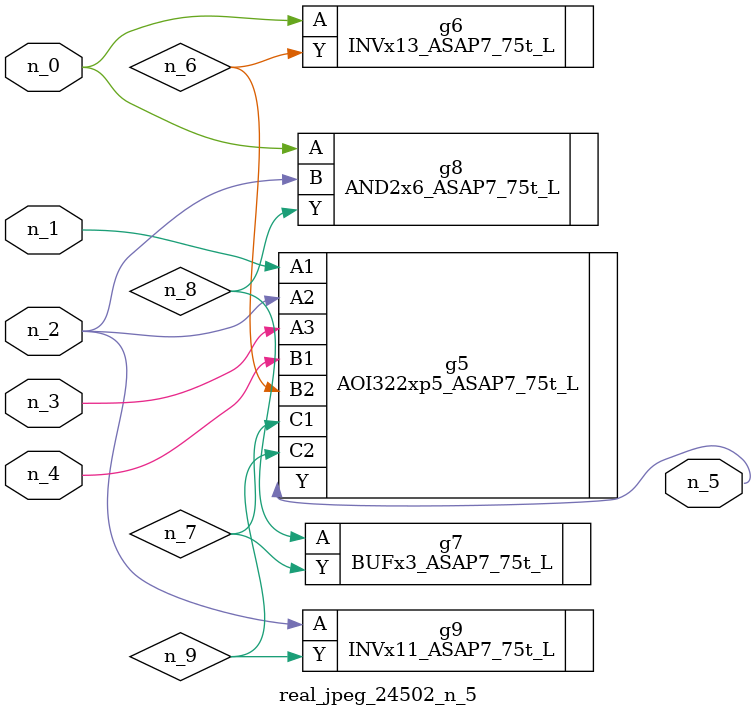
<source format=v>
module real_jpeg_24502_n_5 (n_4, n_0, n_1, n_2, n_3, n_5);

input n_4;
input n_0;
input n_1;
input n_2;
input n_3;

output n_5;

wire n_8;
wire n_6;
wire n_7;
wire n_9;

INVx13_ASAP7_75t_L g6 ( 
.A(n_0),
.Y(n_6)
);

AND2x6_ASAP7_75t_L g8 ( 
.A(n_0),
.B(n_2),
.Y(n_8)
);

AOI322xp5_ASAP7_75t_L g5 ( 
.A1(n_1),
.A2(n_2),
.A3(n_3),
.B1(n_4),
.B2(n_6),
.C1(n_7),
.C2(n_9),
.Y(n_5)
);

INVx11_ASAP7_75t_L g9 ( 
.A(n_2),
.Y(n_9)
);

BUFx3_ASAP7_75t_L g7 ( 
.A(n_8),
.Y(n_7)
);


endmodule
</source>
